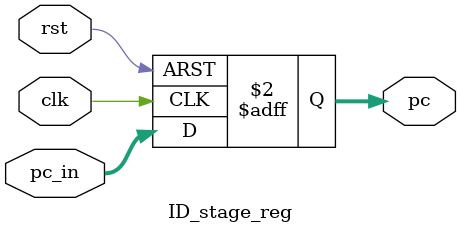
<source format=v>
module ID_stage_reg(
    input clk, rst,
    input[31:0] pc_in,
    output reg [31:0] pc
);

    always@(posedge clk,posedge rst) begin
        if (rst )begin
            pc = 32'b0;
        end
        else begin
            pc <= pc_in;
        end
    end

endmodule
</source>
